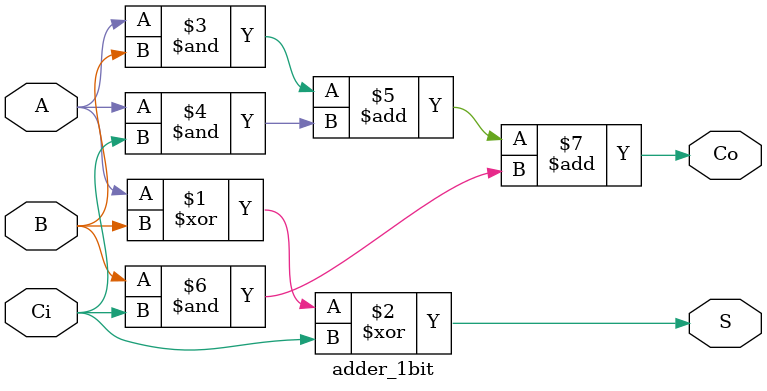
<source format=v>
`timescale 1ns / 1ps
`default_nettype none //helps catch typo-related bugs
module adder_1bit(A, B, Ci, Co, S);

	input wire A, B, Ci;
	output wire S, Co;
	
	assign S = (A ^ B) ^ Ci;
	assign Co = (A & B) + (A & Ci) + (B & Ci);

endmodule
`default_nettype wire //some Xilinx IP requires that the default_nettype be set to wire

</source>
